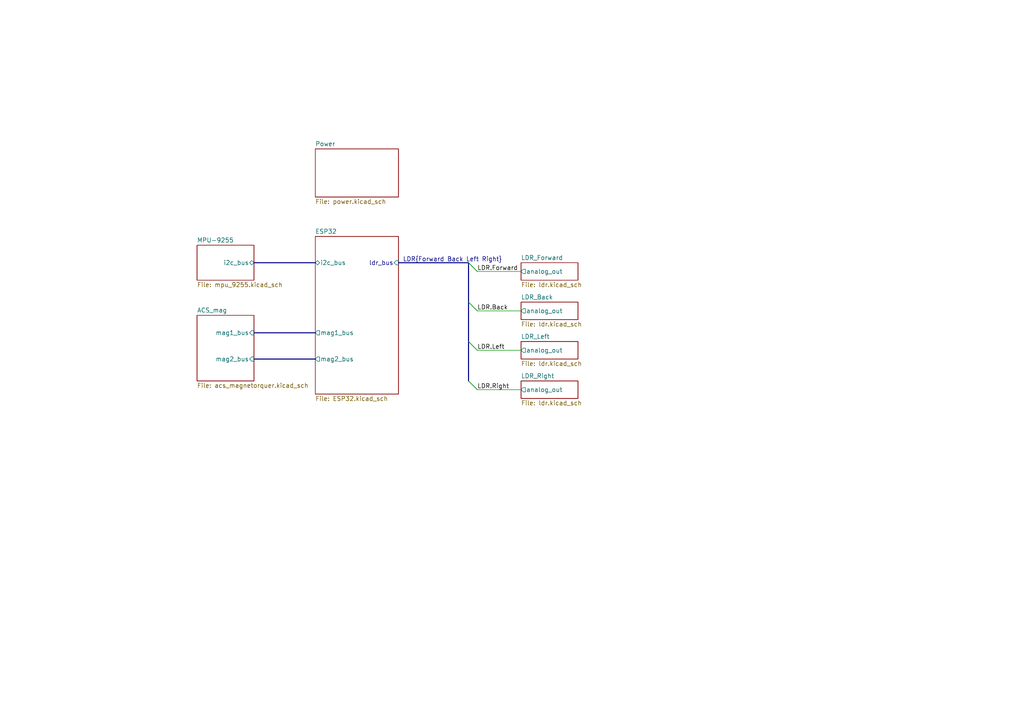
<source format=kicad_sch>
(kicad_sch
	(version 20250114)
	(generator "eeschema")
	(generator_version "9.0")
	(uuid "14c04de7-71ee-4f20-9e6e-041dbb035733")
	(paper "A4")
	(lib_symbols)
	(bus_entry
		(at 135.89 87.63)
		(size 2.54 2.54)
		(stroke
			(width 0)
			(type default)
		)
		(uuid "49816264-3069-4566-8833-a557f2e72293")
	)
	(bus_entry
		(at 135.89 110.49)
		(size 2.54 2.54)
		(stroke
			(width 0)
			(type default)
		)
		(uuid "650481c9-6fa7-4583-b76a-129af1a96ec9")
	)
	(bus_entry
		(at 135.89 87.63)
		(size 2.54 2.54)
		(stroke
			(width 0)
			(type default)
		)
		(uuid "68f2da4c-54bb-4eca-830c-7ecbb27000fc")
	)
	(bus_entry
		(at 135.89 110.49)
		(size 2.54 2.54)
		(stroke
			(width 0)
			(type default)
		)
		(uuid "6be016cc-99e9-419e-a416-43655de14150")
	)
	(bus_entry
		(at 135.89 76.2)
		(size 2.54 2.54)
		(stroke
			(width 0)
			(type default)
		)
		(uuid "7baaa810-eb86-4568-ac86-9dc683c801bd")
	)
	(bus_entry
		(at 135.89 99.06)
		(size 2.54 2.54)
		(stroke
			(width 0)
			(type default)
		)
		(uuid "dee90fe7-66f6-4843-b72d-71e966c0d779")
	)
	(bus_entry
		(at 135.89 99.06)
		(size 2.54 2.54)
		(stroke
			(width 0)
			(type default)
		)
		(uuid "ebf3362c-87e9-4858-9c32-3f819fefae5c")
	)
	(bus_entry
		(at 135.89 76.2)
		(size 2.54 2.54)
		(stroke
			(width 0)
			(type default)
		)
		(uuid "f33081fb-6b38-4177-853e-6f0addeaeb42")
	)
	(bus
		(pts
			(xy 115.57 76.2) (xy 135.89 76.2)
		)
		(stroke
			(width 0)
			(type default)
		)
		(uuid "2925d743-0011-4ab6-9c53-16854f897f44")
	)
	(bus
		(pts
			(xy 73.66 76.2) (xy 91.44 76.2)
		)
		(stroke
			(width 0)
			(type default)
		)
		(uuid "37c556bb-9621-4553-b256-e94715da55cf")
	)
	(bus
		(pts
			(xy 135.89 87.63) (xy 135.89 99.06)
		)
		(stroke
			(width 0)
			(type default)
		)
		(uuid "4280ca48-a5d5-4bc7-a0a6-e0e393b741a8")
	)
	(bus
		(pts
			(xy 73.66 96.52) (xy 91.44 96.52)
		)
		(stroke
			(width 0)
			(type default)
		)
		(uuid "73ad87e3-989a-4aff-8496-bea5241a31c5")
	)
	(wire
		(pts
			(xy 138.43 78.74) (xy 151.13 78.74)
		)
		(stroke
			(width 0)
			(type default)
		)
		(uuid "75e59196-0147-4306-b8cb-443180c9681b")
	)
	(wire
		(pts
			(xy 138.43 113.03) (xy 151.13 113.03)
		)
		(stroke
			(width 0)
			(type default)
		)
		(uuid "77d360e0-838b-4e3b-b320-7fa5c515d330")
	)
	(bus
		(pts
			(xy 135.89 76.2) (xy 135.89 87.63)
		)
		(stroke
			(width 0)
			(type default)
		)
		(uuid "82e80bb0-826f-4912-b24b-fa66e3e25aa4")
	)
	(bus
		(pts
			(xy 73.66 104.14) (xy 91.44 104.14)
		)
		(stroke
			(width 0)
			(type default)
		)
		(uuid "97a1d1a2-1cee-4011-8e49-b0a70883fb7a")
	)
	(wire
		(pts
			(xy 138.43 101.6) (xy 151.13 101.6)
		)
		(stroke
			(width 0)
			(type default)
		)
		(uuid "9c3f5d15-6818-44fd-9347-6a01ed1cdd31")
	)
	(wire
		(pts
			(xy 138.43 90.17) (xy 151.13 90.17)
		)
		(stroke
			(width 0)
			(type default)
		)
		(uuid "b37a28b5-4f86-41c3-b374-60b99d313378")
	)
	(bus
		(pts
			(xy 135.89 99.06) (xy 135.89 110.49)
		)
		(stroke
			(width 0)
			(type default)
		)
		(uuid "e240efdb-d823-4094-a18c-d5b48a926b4d")
	)
	(label "LDR.Forward"
		(at 138.43 78.74 0)
		(effects
			(font
				(size 1.27 1.27)
			)
			(justify left bottom)
		)
		(uuid "33cfaf63-0202-406f-b8ed-cc9ab4a74064")
	)
	(label "LDR{Forward Back Left Right}"
		(at 116.84 76.2 0)
		(effects
			(font
				(size 1.27 1.27)
			)
			(justify left bottom)
		)
		(uuid "3e768d43-8dc8-4289-bdc7-f7d32b80d0c4")
	)
	(label "LDR.Back"
		(at 138.43 90.17 0)
		(effects
			(font
				(size 1.27 1.27)
			)
			(justify left bottom)
		)
		(uuid "5e97b6d5-e305-46f1-9a19-206ca3a15d6e")
	)
	(label "LDR.Right"
		(at 138.43 113.03 0)
		(effects
			(font
				(size 1.27 1.27)
			)
			(justify left bottom)
		)
		(uuid "826c1c34-e070-4ed7-862e-98050ff8d5eb")
	)
	(label "LDR.Left"
		(at 138.43 101.6 0)
		(effects
			(font
				(size 1.27 1.27)
			)
			(justify left bottom)
		)
		(uuid "b798c0c2-7582-4776-b399-5ef01920c2ed")
	)
	(sheet
		(at 57.15 91.44)
		(size 16.51 19.05)
		(exclude_from_sim no)
		(in_bom yes)
		(on_board yes)
		(dnp no)
		(fields_autoplaced yes)
		(stroke
			(width 0.1524)
			(type solid)
		)
		(fill
			(color 0 0 0 0.0000)
		)
		(uuid "021973d6-cb49-4352-a4ea-b5027e022f92")
		(property "Sheetname" "ACS_mag"
			(at 57.15 90.7284 0)
			(effects
				(font
					(size 1.27 1.27)
				)
				(justify left bottom)
			)
		)
		(property "Sheetfile" "acs_magnetorquer.kicad_sch"
			(at 57.15 111.0746 0)
			(effects
				(font
					(size 1.27 1.27)
				)
				(justify left top)
			)
		)
		(pin "mag1_bus" input
			(at 73.66 96.52 0)
			(uuid "45b1a91d-a554-41f1-99e6-ec2720c35387")
			(effects
				(font
					(size 1.27 1.27)
				)
				(justify right)
			)
		)
		(pin "mag2_bus" input
			(at 73.66 104.14 0)
			(uuid "cf58c180-6da4-4106-83ce-371daab1f8ca")
			(effects
				(font
					(size 1.27 1.27)
				)
				(justify right)
			)
		)
		(instances
			(project "mag"
				(path "/14c04de7-71ee-4f20-9e6e-041dbb035733"
					(page "2")
				)
			)
		)
	)
	(sheet
		(at 151.13 87.63)
		(size 16.51 5.08)
		(exclude_from_sim no)
		(in_bom yes)
		(on_board yes)
		(dnp no)
		(fields_autoplaced yes)
		(stroke
			(width 0.1524)
			(type solid)
		)
		(fill
			(color 0 0 0 0.0000)
		)
		(uuid "15af55bb-e28b-4539-9b7d-24d137fdf430")
		(property "Sheetname" "LDR_Back"
			(at 151.13 86.9184 0)
			(effects
				(font
					(size 1.27 1.27)
				)
				(justify left bottom)
			)
		)
		(property "Sheetfile" "ldr.kicad_sch"
			(at 151.13 93.2946 0)
			(effects
				(font
					(size 1.27 1.27)
				)
				(justify left top)
			)
		)
		(pin "analog_out" output
			(at 151.13 90.17 180)
			(uuid "e1666ab9-a717-477d-a1e6-0b7cd1a6fd03")
			(effects
				(font
					(size 1.27 1.27)
				)
				(justify left)
			)
		)
		(instances
			(project "mag"
				(path "/14c04de7-71ee-4f20-9e6e-041dbb035733"
					(page "6")
				)
			)
		)
	)
	(sheet
		(at 151.13 76.2)
		(size 16.51 5.08)
		(exclude_from_sim no)
		(in_bom yes)
		(on_board yes)
		(dnp no)
		(fields_autoplaced yes)
		(stroke
			(width 0.1524)
			(type solid)
		)
		(fill
			(color 0 0 0 0.0000)
		)
		(uuid "714785ba-3303-4d57-9c32-4841bec1e1c2")
		(property "Sheetname" "LDR_Forward"
			(at 151.13 75.4884 0)
			(effects
				(font
					(size 1.27 1.27)
				)
				(justify left bottom)
			)
		)
		(property "Sheetfile" "ldr.kicad_sch"
			(at 151.13 81.8646 0)
			(effects
				(font
					(size 1.27 1.27)
				)
				(justify left top)
			)
		)
		(pin "analog_out" output
			(at 151.13 78.74 180)
			(uuid "a973aa6f-1e44-497b-a150-2bea04e7cac0")
			(effects
				(font
					(size 1.27 1.27)
				)
				(justify left)
			)
		)
		(instances
			(project "mag"
				(path "/14c04de7-71ee-4f20-9e6e-041dbb035733"
					(page "5")
				)
			)
		)
	)
	(sheet
		(at 91.44 68.58)
		(size 24.13 45.72)
		(exclude_from_sim no)
		(in_bom yes)
		(on_board yes)
		(dnp no)
		(fields_autoplaced yes)
		(stroke
			(width 0.1524)
			(type solid)
		)
		(fill
			(color 0 0 0 0.0000)
		)
		(uuid "920327e4-2a04-4564-ba11-3f3834c7006e")
		(property "Sheetname" "ESP32"
			(at 91.44 67.8684 0)
			(effects
				(font
					(size 1.27 1.27)
				)
				(justify left bottom)
			)
		)
		(property "Sheetfile" "ESP32.kicad_sch"
			(at 91.44 114.8846 0)
			(effects
				(font
					(size 1.27 1.27)
				)
				(justify left top)
			)
		)
		(pin "i2c_bus" bidirectional
			(at 91.44 76.2 180)
			(uuid "a201cb49-6d93-403a-ad63-06de04ad8eba")
			(effects
				(font
					(size 1.27 1.27)
				)
				(justify left)
			)
		)
		(pin "ldr_bus" input
			(at 115.57 76.2 0)
			(uuid "9dbd5d54-dd3f-4161-9ae6-4e18eeda0f50")
			(effects
				(font
					(size 1.27 1.27)
				)
				(justify right)
			)
		)
		(pin "mag1_bus" output
			(at 91.44 96.52 180)
			(uuid "a9a37138-9bf1-43e0-82f9-b0ab980e5a5e")
			(effects
				(font
					(size 1.27 1.27)
				)
				(justify left)
			)
		)
		(pin "mag2_bus" output
			(at 91.44 104.14 180)
			(uuid "7113a61c-7f21-4e36-86de-03f89dcbcae1")
			(effects
				(font
					(size 1.27 1.27)
				)
				(justify left)
			)
		)
		(instances
			(project "mag"
				(path "/14c04de7-71ee-4f20-9e6e-041dbb035733"
					(page "4")
				)
			)
		)
	)
	(sheet
		(at 151.13 99.06)
		(size 16.51 5.08)
		(exclude_from_sim no)
		(in_bom yes)
		(on_board yes)
		(dnp no)
		(fields_autoplaced yes)
		(stroke
			(width 0.1524)
			(type solid)
		)
		(fill
			(color 0 0 0 0.0000)
		)
		(uuid "9f990fc4-e861-4ed4-b802-8259016bf14d")
		(property "Sheetname" "LDR_Left"
			(at 151.13 98.3484 0)
			(effects
				(font
					(size 1.27 1.27)
				)
				(justify left bottom)
			)
		)
		(property "Sheetfile" "ldr.kicad_sch"
			(at 151.13 104.7246 0)
			(effects
				(font
					(size 1.27 1.27)
				)
				(justify left top)
			)
		)
		(pin "analog_out" output
			(at 151.13 101.6 180)
			(uuid "e175ff5e-4b67-4526-bf51-b9cb4fe1aca8")
			(effects
				(font
					(size 1.27 1.27)
				)
				(justify left)
			)
		)
		(instances
			(project "mag"
				(path "/14c04de7-71ee-4f20-9e6e-041dbb035733"
					(page "7")
				)
			)
		)
	)
	(sheet
		(at 57.15 71.12)
		(size 16.51 10.16)
		(exclude_from_sim no)
		(in_bom yes)
		(on_board yes)
		(dnp no)
		(fields_autoplaced yes)
		(stroke
			(width 0.1524)
			(type solid)
		)
		(fill
			(color 0 0 0 0.0000)
		)
		(uuid "cff9f0de-66a8-40e0-bfeb-91cf114478e3")
		(property "Sheetname" "MPU-9255"
			(at 57.15 70.4084 0)
			(effects
				(font
					(size 1.27 1.27)
				)
				(justify left bottom)
			)
		)
		(property "Sheetfile" "mpu_9255.kicad_sch"
			(at 57.15 81.8646 0)
			(effects
				(font
					(size 1.27 1.27)
				)
				(justify left top)
			)
		)
		(pin "i2c_bus" bidirectional
			(at 73.66 76.2 0)
			(uuid "2d6b0350-c38b-45d0-a75e-6dcf13f49ef4")
			(effects
				(font
					(size 1.27 1.27)
				)
				(justify right)
			)
		)
		(instances
			(project "mag"
				(path "/14c04de7-71ee-4f20-9e6e-041dbb035733"
					(page "3")
				)
			)
		)
	)
	(sheet
		(at 91.44 43.18)
		(size 24.13 13.97)
		(exclude_from_sim no)
		(in_bom yes)
		(on_board yes)
		(dnp no)
		(fields_autoplaced yes)
		(stroke
			(width 0.1524)
			(type solid)
		)
		(fill
			(color 0 0 0 0.0000)
		)
		(uuid "eb4b2821-746d-4b25-ad4a-ccbed5b39359")
		(property "Sheetname" "Power"
			(at 91.44 42.4684 0)
			(effects
				(font
					(size 1.27 1.27)
				)
				(justify left bottom)
			)
		)
		(property "Sheetfile" "power.kicad_sch"
			(at 91.44 57.7346 0)
			(effects
				(font
					(size 1.27 1.27)
				)
				(justify left top)
			)
		)
		(instances
			(project "mag"
				(path "/14c04de7-71ee-4f20-9e6e-041dbb035733"
					(page "9")
				)
			)
		)
	)
	(sheet
		(at 151.13 110.49)
		(size 16.51 5.08)
		(exclude_from_sim no)
		(in_bom yes)
		(on_board yes)
		(dnp no)
		(fields_autoplaced yes)
		(stroke
			(width 0.1524)
			(type solid)
		)
		(fill
			(color 0 0 0 0.0000)
		)
		(uuid "f90e8bbb-8262-4c4d-81f6-93d124f86469")
		(property "Sheetname" "LDR_Right"
			(at 151.13 109.7784 0)
			(effects
				(font
					(size 1.27 1.27)
				)
				(justify left bottom)
			)
		)
		(property "Sheetfile" "ldr.kicad_sch"
			(at 151.13 116.1546 0)
			(effects
				(font
					(size 1.27 1.27)
				)
				(justify left top)
			)
		)
		(pin "analog_out" output
			(at 151.13 113.03 180)
			(uuid "472a871d-a88e-4941-abba-6d8a529a2c73")
			(effects
				(font
					(size 1.27 1.27)
				)
				(justify left)
			)
		)
		(instances
			(project "mag"
				(path "/14c04de7-71ee-4f20-9e6e-041dbb035733"
					(page "8")
				)
			)
		)
	)
	(sheet_instances
		(path "/"
			(page "1")
		)
	)
	(embedded_fonts no)
)

</source>
